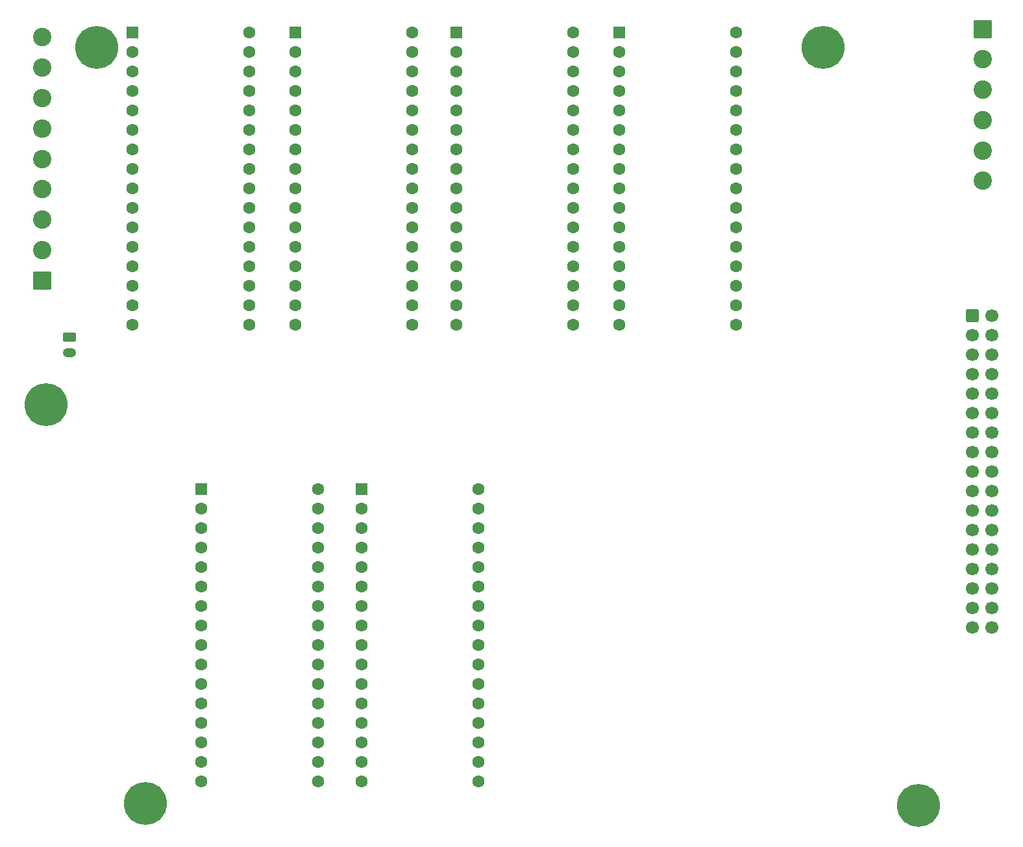
<source format=gbr>
%TF.GenerationSoftware,KiCad,Pcbnew,9.0.2*%
%TF.CreationDate,2026-02-08T20:36:04+01:00*%
%TF.ProjectId,turbokit_replica,74757262-6f6b-4697-945f-7265706c6963,0.1*%
%TF.SameCoordinates,Original*%
%TF.FileFunction,Soldermask,Bot*%
%TF.FilePolarity,Negative*%
%FSLAX46Y46*%
G04 Gerber Fmt 4.6, Leading zero omitted, Abs format (unit mm)*
G04 Created by KiCad (PCBNEW 9.0.2) date 2026-02-08 20:36:04*
%MOMM*%
%LPD*%
G01*
G04 APERTURE LIST*
G04 Aperture macros list*
%AMRoundRect*
0 Rectangle with rounded corners*
0 $1 Rounding radius*
0 $2 $3 $4 $5 $6 $7 $8 $9 X,Y pos of 4 corners*
0 Add a 4 corners polygon primitive as box body*
4,1,4,$2,$3,$4,$5,$6,$7,$8,$9,$2,$3,0*
0 Add four circle primitives for the rounded corners*
1,1,$1+$1,$2,$3*
1,1,$1+$1,$4,$5*
1,1,$1+$1,$6,$7*
1,1,$1+$1,$8,$9*
0 Add four rect primitives between the rounded corners*
20,1,$1+$1,$2,$3,$4,$5,0*
20,1,$1+$1,$4,$5,$6,$7,0*
20,1,$1+$1,$6,$7,$8,$9,0*
20,1,$1+$1,$8,$9,$2,$3,0*%
G04 Aperture macros list end*
%ADD10RoundRect,0.250000X-0.550000X-0.550000X0.550000X-0.550000X0.550000X0.550000X-0.550000X0.550000X0*%
%ADD11C,1.600000*%
%ADD12RoundRect,0.250001X-0.949999X0.949999X-0.949999X-0.949999X0.949999X-0.949999X0.949999X0.949999X0*%
%ADD13C,2.400000*%
%ADD14RoundRect,0.250001X0.949999X-0.949999X0.949999X0.949999X-0.949999X0.949999X-0.949999X-0.949999X0*%
%ADD15C,5.600000*%
%ADD16RoundRect,0.250000X-0.625000X0.350000X-0.625000X-0.350000X0.625000X-0.350000X0.625000X0.350000X0*%
%ADD17O,1.750000X1.200000*%
%ADD18RoundRect,0.250000X-0.600000X-0.600000X0.600000X-0.600000X0.600000X0.600000X-0.600000X0.600000X0*%
%ADD19C,1.700000*%
G04 APERTURE END LIST*
D10*
%TO.C,U5*%
X150760000Y-44420000D03*
D11*
X150760000Y-46960000D03*
X150760000Y-49500000D03*
X150760000Y-52040000D03*
X150760000Y-54580000D03*
X150760000Y-57120000D03*
X150760000Y-59660000D03*
X150760000Y-62200000D03*
X150760000Y-64740000D03*
X150760000Y-67280000D03*
X150760000Y-69820000D03*
X150760000Y-72360000D03*
X150760000Y-74900000D03*
X150760000Y-77440000D03*
X150760000Y-79980000D03*
X150760000Y-82520000D03*
X166000000Y-82520000D03*
X166000000Y-79980000D03*
X166000000Y-77440000D03*
X166000000Y-74900000D03*
X166000000Y-72360000D03*
X166000000Y-69820000D03*
X166000000Y-67280000D03*
X166000000Y-64740000D03*
X166000000Y-62200000D03*
X166000000Y-59660000D03*
X166000000Y-57120000D03*
X166000000Y-54580000D03*
X166000000Y-52040000D03*
X166000000Y-49500000D03*
X166000000Y-46960000D03*
X166000000Y-44420000D03*
%TD*%
D10*
%TO.C,J1*%
X96260000Y-103985000D03*
D11*
X96260000Y-106525000D03*
X96260000Y-109065000D03*
X96260000Y-111605000D03*
X96260000Y-114145000D03*
X96260000Y-116685000D03*
X96260000Y-119225000D03*
X96260000Y-121765000D03*
X96260000Y-124305000D03*
X96260000Y-126845000D03*
X96260000Y-129385000D03*
X96260000Y-131925000D03*
X96260000Y-134465000D03*
X96260000Y-137005000D03*
X96260000Y-139545000D03*
X96260000Y-142085000D03*
X111500000Y-142085000D03*
X111500000Y-139545000D03*
X111500000Y-137005000D03*
X111500000Y-134465000D03*
X111500000Y-131925000D03*
X111500000Y-129385000D03*
X111500000Y-126845000D03*
X111500000Y-124305000D03*
X111500000Y-121765000D03*
X111500000Y-119225000D03*
X111500000Y-116685000D03*
X111500000Y-114145000D03*
X111500000Y-111605000D03*
X111500000Y-109065000D03*
X111500000Y-106525000D03*
X111500000Y-103985000D03*
%TD*%
D10*
%TO.C,U3*%
X108520000Y-44420000D03*
D11*
X108520000Y-46960000D03*
X108520000Y-49500000D03*
X108520000Y-52040000D03*
X108520000Y-54580000D03*
X108520000Y-57120000D03*
X108520000Y-59660000D03*
X108520000Y-62200000D03*
X108520000Y-64740000D03*
X108520000Y-67280000D03*
X108520000Y-69820000D03*
X108520000Y-72360000D03*
X108520000Y-74900000D03*
X108520000Y-77440000D03*
X108520000Y-79980000D03*
X108520000Y-82520000D03*
X123760000Y-82520000D03*
X123760000Y-79980000D03*
X123760000Y-77440000D03*
X123760000Y-74900000D03*
X123760000Y-72360000D03*
X123760000Y-69820000D03*
X123760000Y-67280000D03*
X123760000Y-64740000D03*
X123760000Y-62200000D03*
X123760000Y-59660000D03*
X123760000Y-57120000D03*
X123760000Y-54580000D03*
X123760000Y-52040000D03*
X123760000Y-49500000D03*
X123760000Y-46960000D03*
X123760000Y-44420000D03*
%TD*%
D12*
%TO.C,J4*%
X198200000Y-44000000D03*
D13*
X198200000Y-47960000D03*
X198200000Y-51920000D03*
X198200000Y-55880000D03*
X198200000Y-59840000D03*
X198200000Y-63800000D03*
%TD*%
D14*
%TO.C,J3*%
X75500000Y-76770000D03*
D13*
X75500000Y-72810000D03*
X75500000Y-68850000D03*
X75500000Y-64890000D03*
X75500000Y-60930000D03*
X75500000Y-56970000D03*
X75500000Y-53010000D03*
X75500000Y-49050000D03*
X75500000Y-45090000D03*
%TD*%
D10*
%TO.C,U4*%
X129520000Y-44420000D03*
D11*
X129520000Y-46960000D03*
X129520000Y-49500000D03*
X129520000Y-52040000D03*
X129520000Y-54580000D03*
X129520000Y-57120000D03*
X129520000Y-59660000D03*
X129520000Y-62200000D03*
X129520000Y-64740000D03*
X129520000Y-67280000D03*
X129520000Y-69820000D03*
X129520000Y-72360000D03*
X129520000Y-74900000D03*
X129520000Y-77440000D03*
X129520000Y-79980000D03*
X129520000Y-82520000D03*
X144760000Y-82520000D03*
X144760000Y-79980000D03*
X144760000Y-77440000D03*
X144760000Y-74900000D03*
X144760000Y-72360000D03*
X144760000Y-69820000D03*
X144760000Y-67280000D03*
X144760000Y-64740000D03*
X144760000Y-62200000D03*
X144760000Y-59660000D03*
X144760000Y-57120000D03*
X144760000Y-54580000D03*
X144760000Y-52040000D03*
X144760000Y-49500000D03*
X144760000Y-46960000D03*
X144760000Y-44420000D03*
%TD*%
D15*
%TO.C,H3*%
X189800000Y-145200000D03*
%TD*%
%TO.C,H2*%
X177400000Y-46400000D03*
%TD*%
%TO.C,H5*%
X76000000Y-93000000D03*
%TD*%
%TO.C,H1*%
X82600000Y-46400000D03*
%TD*%
D10*
%TO.C,U2*%
X87260000Y-44420000D03*
D11*
X87260000Y-46960000D03*
X87260000Y-49500000D03*
X87260000Y-52040000D03*
X87260000Y-54580000D03*
X87260000Y-57120000D03*
X87260000Y-59660000D03*
X87260000Y-62200000D03*
X87260000Y-64740000D03*
X87260000Y-67280000D03*
X87260000Y-69820000D03*
X87260000Y-72360000D03*
X87260000Y-74900000D03*
X87260000Y-77440000D03*
X87260000Y-79980000D03*
X87260000Y-82520000D03*
X102500000Y-82520000D03*
X102500000Y-79980000D03*
X102500000Y-77440000D03*
X102500000Y-74900000D03*
X102500000Y-72360000D03*
X102500000Y-69820000D03*
X102500000Y-67280000D03*
X102500000Y-64740000D03*
X102500000Y-62200000D03*
X102500000Y-59660000D03*
X102500000Y-57120000D03*
X102500000Y-54580000D03*
X102500000Y-52040000D03*
X102500000Y-49500000D03*
X102500000Y-46960000D03*
X102500000Y-44420000D03*
%TD*%
D10*
%TO.C,J2*%
X117200000Y-104005000D03*
D11*
X117200000Y-106545000D03*
X117200000Y-109085000D03*
X117200000Y-111625000D03*
X117200000Y-114165000D03*
X117200000Y-116705000D03*
X117200000Y-119245000D03*
X117200000Y-121785000D03*
X117200000Y-124325000D03*
X117200000Y-126865000D03*
X117200000Y-129405000D03*
X117200000Y-131945000D03*
X117200000Y-134485000D03*
X117200000Y-137025000D03*
X117200000Y-139565000D03*
X117200000Y-142105000D03*
X132440000Y-142105000D03*
X132440000Y-139565000D03*
X132440000Y-137025000D03*
X132440000Y-134485000D03*
X132440000Y-131945000D03*
X132440000Y-129405000D03*
X132440000Y-126865000D03*
X132440000Y-124325000D03*
X132440000Y-121785000D03*
X132440000Y-119245000D03*
X132440000Y-116705000D03*
X132440000Y-114165000D03*
X132440000Y-111625000D03*
X132440000Y-109085000D03*
X132440000Y-106545000D03*
X132440000Y-104005000D03*
%TD*%
D16*
%TO.C,J5*%
X79050000Y-84200000D03*
D17*
X79050000Y-86200000D03*
%TD*%
D15*
%TO.C,H4*%
X89000000Y-145000000D03*
%TD*%
D18*
%TO.C,J6*%
X196872500Y-81350000D03*
D19*
X199412500Y-81350000D03*
X196872500Y-83890000D03*
X199412500Y-83890000D03*
X196872500Y-86430000D03*
X199412500Y-86430000D03*
X196872500Y-88970000D03*
X199412500Y-88970000D03*
X196872500Y-91510000D03*
X199412500Y-91510000D03*
X196872500Y-94050000D03*
X199412500Y-94050000D03*
X196872500Y-96590000D03*
X199412500Y-96590000D03*
X196872500Y-99130000D03*
X199412500Y-99130000D03*
X196872500Y-101670000D03*
X199412500Y-101670000D03*
X196872500Y-104210000D03*
X199412500Y-104210000D03*
X196872500Y-106750000D03*
X199412500Y-106750000D03*
X196872500Y-109290000D03*
X199412500Y-109290000D03*
X196872500Y-111830000D03*
X199412500Y-111830000D03*
X196872500Y-114370000D03*
X199412500Y-114370000D03*
X196872500Y-116910000D03*
X199412500Y-116910000D03*
X196872500Y-119450000D03*
X199412500Y-119450000D03*
X196872500Y-121990000D03*
X199412500Y-121990000D03*
%TD*%
M02*

</source>
